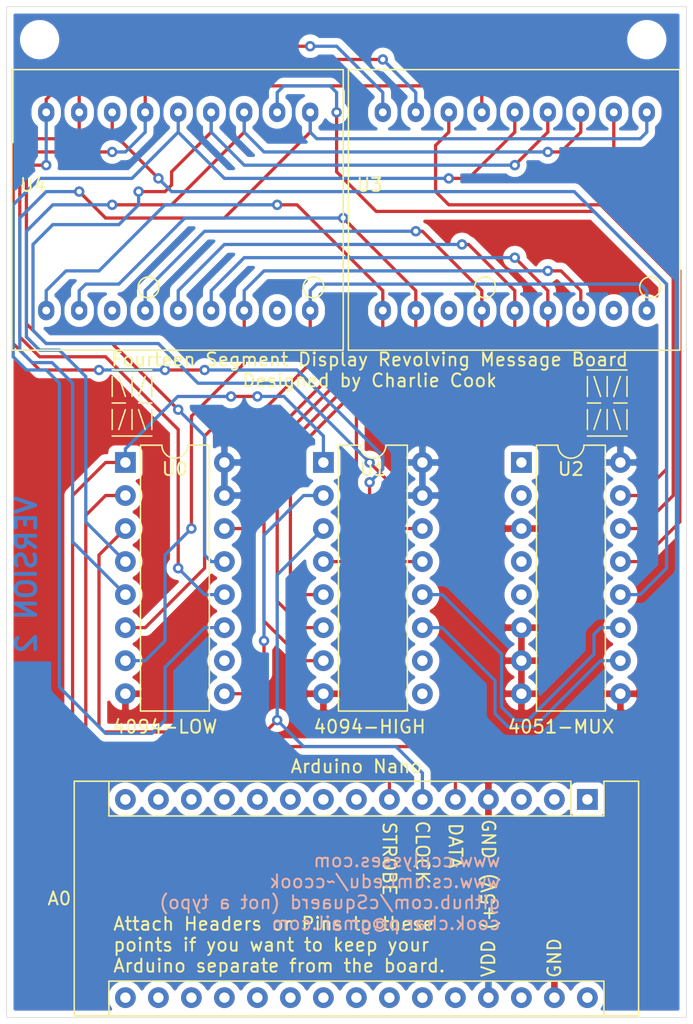
<source format=kicad_pcb>
(kicad_pcb (version 20171130) (host pcbnew 5.1.5)
  (layers (0 F.Cu signal) (31 B.Cu signal) (34 B.Paste user) (35 F.Paste user) (36 B.SilkS user) (37 F.SilkS user) (38 B.Mask user) (39 F.Mask user) (44 Edge.Cuts user))
  (net 0 "")
  (net 1 "Net-(A0-Pad16)")
  (net 2 "Net-(A0-Pad15)")
  (net 3 "Net-(A0-Pad30)")
  (net 4 "Net-(A0-Pad14)")
  (net 5 GND)
  (net 6 "Net-(A0-Pad13)")
  (net 7 "Net-(A0-Pad28)")
  (net 8 "Net-(A0-Pad12)")
  (net 9 +5V)
  (net 10 "Net-(A0-Pad11)")
  (net 11 "Net-(A0-Pad26)")
  (net 12 "Net-(A0-Pad10)")
  (net 13 "Net-(A0-Pad25)")
  (net 14 "Net-(A0-Pad9)")
  (net 15 "Net-(A0-Pad24)")
  (net 16 "Net-(A0-Pad8)")
  (net 17 "Net-(A0-Pad23)")
  (net 18 "Net-(A0-Pad7)")
  (net 19 "Net-(A0-Pad22)")
  (net 20 "Net-(A0-Pad6)")
  (net 21 "Net-(A0-Pad21)")
  (net 22 "Net-(A0-Pad5)")
  (net 23 "Net-(A0-Pad20)")
  (net 24 "Net-(A0-Pad19)")
  (net 25 "Net-(A0-Pad3)")
  (net 26 "Net-(A0-Pad18)")
  (net 27 "Net-(A0-Pad2)")
  (net 28 "Net-(A0-Pad17)")
  (net 29 "Net-(A0-Pad1)")
  (net 30 "Net-(U0-Pad7)")
  (net 31 "Net-(U0-Pad14)")
  (net 32 "Net-(U0-Pad6)")
  (net 33 "Net-(U0-Pad13)")
  (net 34 "Net-(U0-Pad5)")
  (net 35 "Net-(U0-Pad12)")
  (net 36 "Net-(U0-Pad4)")
  (net 37 "Net-(U0-Pad11)")
  (net 38 "Net-(U0-Pad10)")
  (net 39 "Net-(U0-Pad9)")
  (net 40 "Net-(U1-Pad7)")
  (net 41 "Net-(U1-Pad14)")
  (net 42 "Net-(U1-Pad6)")
  (net 43 "Net-(U1-Pad13)")
  (net 44 "Net-(U1-Pad5)")
  (net 45 "Net-(U1-Pad12)")
  (net 46 "Net-(U1-Pad4)")
  (net 47 "Net-(U1-Pad11)")
  (net 48 "Net-(U1-Pad10)")
  (net 49 "Net-(U1-Pad9)")
  (net 50 "Net-(U2-Pad15)")
  (net 51 "Net-(U2-Pad14)")
  (net 52 "Net-(U2-Pad13)")
  (net 53 "Net-(U2-Pad5)")
  (net 54 "Net-(U2-Pad12)")
  (net 55 "Net-(U2-Pad4)")
  (net 56 "Net-(U2-Pad2)")
  (net 57 "Net-(U2-Pad1)")
  (module fourteenSegDisplay-OnACard:LTP-3784 (layer F.Cu) (at 111.252 25.908)
    (fp_text reference U3 (at -9.652 0 180) (layer F.SilkS))
    (fp_text value LTP-3784)
    (pad 18 thru_hole oval (at -8.636 -5.588) (size 1.25 1.5) (drill 0.6) (layers *.Cu *.Mask) (net 33 "Net-(U0-Pad13)"))
    (pad 1 thru_hole oval (at -8.636 9.652) (size 1.25 1.5) (drill 0.6) (layers *.Cu *.Mask) (net 31 "Net-(U0-Pad14)"))
    (pad 17 thru_hole oval (at -6.096 -5.588) (size 1.25 1.5) (drill 0.6) (layers *.Cu *.Mask) (net 43 "Net-(U1-Pad13)"))
    (pad 2 thru_hole oval (at -6.096 9.652) (size 1.25 1.5) (drill 0.6) (layers *.Cu *.Mask) (net 40 "Net-(U1-Pad7)"))
    (pad 16 thru_hole oval (at -3.556 -5.588) (size 1.25 1.5) (drill 0.6) (layers *.Cu *.Mask) (net 51 "Net-(U2-Pad14)"))
    (pad 3 thru_hole oval (at -3.556 9.652) (size 1.25 1.5) (drill 0.6) (layers *.Cu *.Mask))
    (pad 15 thru_hole oval (at -1.016 -5.588) (size 1.25 1.5) (drill 0.6) (layers *.Cu *.Mask) (net 35 "Net-(U0-Pad12)"))
    (pad 4 thru_hole oval (at -1.016 9.652) (size 1.25 1.5) (drill 0.6) (layers *.Cu *.Mask) (net 42 "Net-(U1-Pad6)"))
    (pad 14 thru_hole oval (at 1.524 -5.588) (size 1.25 1.5) (drill 0.6) (layers *.Cu *.Mask) (net 37 "Net-(U0-Pad11)"))
    (pad 5 thru_hole oval (at 1.524 9.652) (size 1.25 1.5) (drill 0.6) (layers *.Cu *.Mask) (net 44 "Net-(U1-Pad5)"))
    (pad 13 thru_hole oval (at 4.064 -5.588) (size 1.25 1.5) (drill 0.6) (layers *.Cu *.Mask) (net 41 "Net-(U1-Pad14)"))
    (pad 6 thru_hole oval (at 4.064 9.652) (size 1.25 1.5) (drill 0.6) (layers *.Cu *.Mask) (net 46 "Net-(U1-Pad4)"))
    (pad 12 thru_hole oval (at 6.604 -5.588) (size 1.25 1.5) (drill 0.6) (layers *.Cu *.Mask) (net 36 "Net-(U0-Pad4)"))
    (pad 7 thru_hole oval (at 6.604 9.652) (size 1.25 1.5) (drill 0.6) (layers *.Cu *.Mask) (net 30 "Net-(U0-Pad7)"))
    (pad 11 thru_hole oval (at 9.144 -5.588) (size 1.25 1.5) (drill 0.6) (layers *.Cu *.Mask) (net 52 "Net-(U2-Pad13)"))
    (pad 8 thru_hole oval (at 9.144 9.652) (size 1.25 1.5) (drill 0.6) (layers *.Cu *.Mask))
    (pad 10 thru_hole oval (at 11.684 -5.588) (size 1.25 1.5) (drill 0.6) (layers *.Cu *.Mask) (net 34 "Net-(U0-Pad5)"))
    (pad 9 thru_hole oval (at 11.684 9.652) (size 1.25 1.5) (drill 0.6) (layers *.Cu *.Mask) (net 32 "Net-(U0-Pad6)"))
  )
  (module fourteenSegDisplay-OnACard:LTP-3784 (layer F.Cu) (at 85.344 25.908)
    (fp_text reference U4 (at -9.652 0 180) (layer F.SilkS))
    (fp_text value LTP-3784)
    (pad 18 thru_hole oval (at -8.636 -5.588) (size 1.25 1.5) (drill 0.6) (layers *.Cu *.Mask) (net 33 "Net-(U0-Pad13)"))
    (pad 1 thru_hole oval (at -8.636 9.652) (size 1.25 1.5) (drill 0.6) (layers *.Cu *.Mask) (net 31 "Net-(U0-Pad14)"))
    (pad 17 thru_hole oval (at -6.096 -5.588) (size 1.25 1.5) (drill 0.6) (layers *.Cu *.Mask) (net 43 "Net-(U1-Pad13)"))
    (pad 2 thru_hole oval (at -6.096 9.652) (size 1.25 1.5) (drill 0.6) (layers *.Cu *.Mask) (net 40 "Net-(U1-Pad7)"))
    (pad 16 thru_hole oval (at -3.556 -5.588) (size 1.25 1.5) (drill 0.6) (layers *.Cu *.Mask) (net 54 "Net-(U2-Pad12)"))
    (pad 3 thru_hole oval (at -3.556 9.652) (size 1.25 1.5) (drill 0.6) (layers *.Cu *.Mask))
    (pad 15 thru_hole oval (at -1.016 -5.588) (size 1.25 1.5) (drill 0.6) (layers *.Cu *.Mask) (net 35 "Net-(U0-Pad12)"))
    (pad 4 thru_hole oval (at -1.016 9.652) (size 1.25 1.5) (drill 0.6) (layers *.Cu *.Mask) (net 42 "Net-(U1-Pad6)"))
    (pad 14 thru_hole oval (at 1.524 -5.588) (size 1.25 1.5) (drill 0.6) (layers *.Cu *.Mask) (net 37 "Net-(U0-Pad11)"))
    (pad 5 thru_hole oval (at 1.524 9.652) (size 1.25 1.5) (drill 0.6) (layers *.Cu *.Mask) (net 44 "Net-(U1-Pad5)"))
    (pad 13 thru_hole oval (at 4.064 -5.588) (size 1.25 1.5) (drill 0.6) (layers *.Cu *.Mask) (net 41 "Net-(U1-Pad14)"))
    (pad 6 thru_hole oval (at 4.064 9.652) (size 1.25 1.5) (drill 0.6) (layers *.Cu *.Mask) (net 46 "Net-(U1-Pad4)"))
    (pad 12 thru_hole oval (at 6.604 -5.588) (size 1.25 1.5) (drill 0.6) (layers *.Cu *.Mask) (net 36 "Net-(U0-Pad4)"))
    (pad 7 thru_hole oval (at 6.604 9.652) (size 1.25 1.5) (drill 0.6) (layers *.Cu *.Mask) (net 30 "Net-(U0-Pad7)"))
    (pad 11 thru_hole oval (at 9.144 -5.588) (size 1.25 1.5) (drill 0.6) (layers *.Cu *.Mask) (net 50 "Net-(U2-Pad15)"))
    (pad 8 thru_hole oval (at 9.144 9.652) (size 1.25 1.5) (drill 0.6) (layers *.Cu *.Mask))
    (pad 10 thru_hole oval (at 11.684 -5.588) (size 1.25 1.5) (drill 0.6) (layers *.Cu *.Mask) (net 34 "Net-(U0-Pad5)"))
    (pad 9 thru_hole oval (at 11.684 9.652) (size 1.25 1.5) (drill 0.6) (layers *.Cu *.Mask) (net 32 "Net-(U0-Pad6)"))
  )
  (module MountingHole:MountingHole_2mm (layer F.Cu) (at 122.936 14.732)
    (fp_text reference REF** hide)
    (fp_text value MountingHole_2mm)
    (pad "" np_thru_hole circle (at 0 0) (size 2 2) (drill 2) (layers *.Cu *.Mask))
  )
  (module MountingHole:MountingHole_2mm (layer F.Cu) (at 76.2 14.732)
    (fp_text reference REF** hide)
    (fp_text value MountingHole_2mm)
    (pad "" np_thru_hole circle (at 0 0) (size 2 2) (drill 2) (layers *.Cu *.Mask))
  )
  (module Package_DIP:DIP-16_W7.62mm (layer F.Cu) (at 113.284 47.244)
    (fp_text reference U2 (at 3.81 0.508) (layer F.SilkS))
    (fp_text value 4051)
    (pad 16 thru_hole oval (at 7.62 0) (size 1.6 1.6) (drill 0.8) (layers *.Cu *.Mask) (net 9 +5V))
    (pad 8 thru_hole oval (at 0 17.78) (size 1.6 1.6) (drill 0.8) (layers *.Cu *.Mask) (net 5 GND))
    (pad 15 thru_hole oval (at 7.62 2.54) (size 1.6 1.6) (drill 0.8) (layers *.Cu *.Mask) (net 50 "Net-(U2-Pad15)"))
    (pad 7 thru_hole oval (at 0 15.24) (size 1.6 1.6) (drill 0.8) (layers *.Cu *.Mask) (net 5 GND))
    (pad 14 thru_hole oval (at 7.62 5.08) (size 1.6 1.6) (drill 0.8) (layers *.Cu *.Mask) (net 51 "Net-(U2-Pad14)"))
    (pad 6 thru_hole oval (at 0 12.7) (size 1.6 1.6) (drill 0.8) (layers *.Cu *.Mask) (net 5 GND))
    (pad 13 thru_hole oval (at 7.62 7.62) (size 1.6 1.6) (drill 0.8) (layers *.Cu *.Mask) (net 52 "Net-(U2-Pad13)"))
    (pad 5 thru_hole oval (at 0 10.16) (size 1.6 1.6) (drill 0.8) (layers *.Cu *.Mask) (net 53 "Net-(U2-Pad5)"))
    (pad 12 thru_hole oval (at 7.62 10.16) (size 1.6 1.6) (drill 0.8) (layers *.Cu *.Mask) (net 54 "Net-(U2-Pad12)"))
    (pad 4 thru_hole oval (at 0 7.62) (size 1.6 1.6) (drill 0.8) (layers *.Cu *.Mask) (net 55 "Net-(U2-Pad4)"))
    (pad 11 thru_hole oval (at 7.62 12.7) (size 1.6 1.6) (drill 0.8) (layers *.Cu *.Mask) (net 45 "Net-(U1-Pad12)"))
    (pad 3 thru_hole oval (at 0 5.08) (size 1.6 1.6) (drill 0.8) (layers *.Cu *.Mask) (net 5 GND))
    (pad 10 thru_hole oval (at 7.62 15.24) (size 1.6 1.6) (drill 0.8) (layers *.Cu *.Mask) (net 47 "Net-(U1-Pad11)"))
    (pad 2 thru_hole oval (at 0 2.54) (size 1.6 1.6) (drill 0.8) (layers *.Cu *.Mask) (net 56 "Net-(U2-Pad2)"))
    (pad 9 thru_hole oval (at 7.62 17.78) (size 1.6 1.6) (drill 0.8) (layers *.Cu *.Mask) (net 5 GND))
    (pad 1 thru_hole rect (at 0 0) (size 1.6 1.6) (drill 0.8) (layers *.Cu *.Mask) (net 57 "Net-(U2-Pad1)"))
  )
  (module Package_DIP:DIP-16_W7.62mm (layer F.Cu) (at 98.044 47.244)
    (fp_text reference U1 (at 3.81 0.508) (layer F.SilkS))
    (fp_text value 4094)
    (pad 16 thru_hole oval (at 7.62 0) (size 1.6 1.6) (drill 0.8) (layers *.Cu *.Mask) (net 9 +5V))
    (pad 8 thru_hole oval (at 0 17.78) (size 1.6 1.6) (drill 0.8) (layers *.Cu *.Mask) (net 5 GND))
    (pad 15 thru_hole oval (at 7.62 2.54) (size 1.6 1.6) (drill 0.8) (layers *.Cu *.Mask) (net 9 +5V))
    (pad 7 thru_hole oval (at 0 15.24) (size 1.6 1.6) (drill 0.8) (layers *.Cu *.Mask) (net 40 "Net-(U1-Pad7)"))
    (pad 14 thru_hole oval (at 7.62 5.08) (size 1.6 1.6) (drill 0.8) (layers *.Cu *.Mask) (net 41 "Net-(U1-Pad14)"))
    (pad 6 thru_hole oval (at 0 12.7) (size 1.6 1.6) (drill 0.8) (layers *.Cu *.Mask) (net 42 "Net-(U1-Pad6)"))
    (pad 13 thru_hole oval (at 7.62 7.62) (size 1.6 1.6) (drill 0.8) (layers *.Cu *.Mask) (net 43 "Net-(U1-Pad13)"))
    (pad 5 thru_hole oval (at 0 10.16) (size 1.6 1.6) (drill 0.8) (layers *.Cu *.Mask) (net 44 "Net-(U1-Pad5)"))
    (pad 12 thru_hole oval (at 7.62 10.16) (size 1.6 1.6) (drill 0.8) (layers *.Cu *.Mask) (net 45 "Net-(U1-Pad12)"))
    (pad 4 thru_hole oval (at 0 7.62) (size 1.6 1.6) (drill 0.8) (layers *.Cu *.Mask) (net 46 "Net-(U1-Pad4)"))
    (pad 11 thru_hole oval (at 7.62 12.7) (size 1.6 1.6) (drill 0.8) (layers *.Cu *.Mask) (net 47 "Net-(U1-Pad11)"))
    (pad 3 thru_hole oval (at 0 5.08) (size 1.6 1.6) (drill 0.8) (layers *.Cu *.Mask) (net 20 "Net-(A0-Pad6)"))
    (pad 10 thru_hole oval (at 7.62 15.24) (size 1.6 1.6) (drill 0.8) (layers *.Cu *.Mask) (net 48 "Net-(U1-Pad10)"))
    (pad 2 thru_hole oval (at 0 2.54) (size 1.6 1.6) (drill 0.8) (layers *.Cu *.Mask) (net 39 "Net-(U0-Pad9)"))
    (pad 9 thru_hole oval (at 7.62 17.78) (size 1.6 1.6) (drill 0.8) (layers *.Cu *.Mask) (net 49 "Net-(U1-Pad9)"))
    (pad 1 thru_hole rect (at 0 0) (size 1.6 1.6) (drill 0.8) (layers *.Cu *.Mask) (net 18 "Net-(A0-Pad7)"))
  )
  (module Package_DIP:DIP-16_W7.62mm (layer F.Cu) (at 82.804 47.244)
    (fp_text reference U0 (at 3.81 0.508) (layer F.SilkS))
    (fp_text value 4094)
    (pad 16 thru_hole oval (at 7.62 0) (size 1.6 1.6) (drill 0.8) (layers *.Cu *.Mask) (net 9 +5V))
    (pad 8 thru_hole oval (at 0 17.78) (size 1.6 1.6) (drill 0.8) (layers *.Cu *.Mask) (net 5 GND))
    (pad 15 thru_hole oval (at 7.62 2.54) (size 1.6 1.6) (drill 0.8) (layers *.Cu *.Mask) (net 9 +5V))
    (pad 7 thru_hole oval (at 0 15.24) (size 1.6 1.6) (drill 0.8) (layers *.Cu *.Mask) (net 30 "Net-(U0-Pad7)"))
    (pad 14 thru_hole oval (at 7.62 5.08) (size 1.6 1.6) (drill 0.8) (layers *.Cu *.Mask) (net 31 "Net-(U0-Pad14)"))
    (pad 6 thru_hole oval (at 0 12.7) (size 1.6 1.6) (drill 0.8) (layers *.Cu *.Mask) (net 32 "Net-(U0-Pad6)"))
    (pad 13 thru_hole oval (at 7.62 7.62) (size 1.6 1.6) (drill 0.8) (layers *.Cu *.Mask) (net 33 "Net-(U0-Pad13)"))
    (pad 5 thru_hole oval (at 0 10.16) (size 1.6 1.6) (drill 0.8) (layers *.Cu *.Mask) (net 34 "Net-(U0-Pad5)"))
    (pad 12 thru_hole oval (at 7.62 10.16) (size 1.6 1.6) (drill 0.8) (layers *.Cu *.Mask) (net 35 "Net-(U0-Pad12)"))
    (pad 4 thru_hole oval (at 0 7.62) (size 1.6 1.6) (drill 0.8) (layers *.Cu *.Mask) (net 36 "Net-(U0-Pad4)"))
    (pad 11 thru_hole oval (at 7.62 12.7) (size 1.6 1.6) (drill 0.8) (layers *.Cu *.Mask) (net 37 "Net-(U0-Pad11)"))
    (pad 3 thru_hole oval (at 0 5.08) (size 1.6 1.6) (drill 0.8) (layers *.Cu *.Mask) (net 20 "Net-(A0-Pad6)"))
    (pad 10 thru_hole oval (at 7.62 15.24) (size 1.6 1.6) (drill 0.8) (layers *.Cu *.Mask) (net 38 "Net-(U0-Pad10)"))
    (pad 2 thru_hole oval (at 0 2.54) (size 1.6 1.6) (drill 0.8) (layers *.Cu *.Mask) (net 22 "Net-(A0-Pad5)"))
    (pad 9 thru_hole oval (at 7.62 17.78) (size 1.6 1.6) (drill 0.8) (layers *.Cu *.Mask) (net 39 "Net-(U0-Pad9)"))
    (pad 1 thru_hole rect (at 0 0) (size 1.6 1.6) (drill 0.8) (layers *.Cu *.Mask) (net 18 "Net-(A0-Pad7)"))
  )
  (module Module:Arduino_Nano (layer F.Cu) (at 118.364 73.152 270)
    (fp_text reference A0 (at 7.62 40.64) (layer F.SilkS))
    (fp_text value Arduino_Nano_v3.x)
    (pad 16 thru_hole oval (at 15.24 35.56 270) (size 1.6 1.6) (drill 0.8) (layers *.Cu *.Mask) (net 1 "Net-(A0-Pad16)"))
    (pad 15 thru_hole oval (at 0 35.56 270) (size 1.6 1.6) (drill 0.8) (layers *.Cu *.Mask) (net 2 "Net-(A0-Pad15)"))
    (pad 30 thru_hole oval (at 15.24 0 270) (size 1.6 1.6) (drill 0.8) (layers *.Cu *.Mask) (net 3 "Net-(A0-Pad30)"))
    (pad 14 thru_hole oval (at 0 33.02 270) (size 1.6 1.6) (drill 0.8) (layers *.Cu *.Mask) (net 4 "Net-(A0-Pad14)"))
    (pad 29 thru_hole oval (at 15.24 2.54 270) (size 1.6 1.6) (drill 0.8) (layers *.Cu *.Mask) (net 5 GND))
    (pad 13 thru_hole oval (at 0 30.48 270) (size 1.6 1.6) (drill 0.8) (layers *.Cu *.Mask) (net 6 "Net-(A0-Pad13)"))
    (pad 28 thru_hole oval (at 15.24 5.08 270) (size 1.6 1.6) (drill 0.8) (layers *.Cu *.Mask) (net 7 "Net-(A0-Pad28)"))
    (pad 12 thru_hole oval (at 0 27.94 270) (size 1.6 1.6) (drill 0.8) (layers *.Cu *.Mask) (net 8 "Net-(A0-Pad12)"))
    (pad 27 thru_hole oval (at 15.24 7.62 270) (size 1.6 1.6) (drill 0.8) (layers *.Cu *.Mask) (net 9 +5V))
    (pad 11 thru_hole oval (at 0 25.4 270) (size 1.6 1.6) (drill 0.8) (layers *.Cu *.Mask) (net 10 "Net-(A0-Pad11)"))
    (pad 26 thru_hole oval (at 15.24 10.16 270) (size 1.6 1.6) (drill 0.8) (layers *.Cu *.Mask) (net 11 "Net-(A0-Pad26)"))
    (pad 10 thru_hole oval (at 0 22.86 270) (size 1.6 1.6) (drill 0.8) (layers *.Cu *.Mask) (net 12 "Net-(A0-Pad10)"))
    (pad 25 thru_hole oval (at 15.24 12.7 270) (size 1.6 1.6) (drill 0.8) (layers *.Cu *.Mask) (net 13 "Net-(A0-Pad25)"))
    (pad 9 thru_hole oval (at 0 20.32 270) (size 1.6 1.6) (drill 0.8) (layers *.Cu *.Mask) (net 14 "Net-(A0-Pad9)"))
    (pad 24 thru_hole oval (at 15.24 15.24 270) (size 1.6 1.6) (drill 0.8) (layers *.Cu *.Mask) (net 15 "Net-(A0-Pad24)"))
    (pad 8 thru_hole oval (at 0 17.78 270) (size 1.6 1.6) (drill 0.8) (layers *.Cu *.Mask) (net 16 "Net-(A0-Pad8)"))
    (pad 23 thru_hole oval (at 15.24 17.78 270) (size 1.6 1.6) (drill 0.8) (layers *.Cu *.Mask) (net 17 "Net-(A0-Pad23)"))
    (pad 7 thru_hole oval (at 0 15.24 270) (size 1.6 1.6) (drill 0.8) (layers *.Cu *.Mask) (net 18 "Net-(A0-Pad7)"))
    (pad 22 thru_hole oval (at 15.24 20.32 270) (size 1.6 1.6) (drill 0.8) (layers *.Cu *.Mask) (net 19 "Net-(A0-Pad22)"))
    (pad 6 thru_hole oval (at 0 12.7 270) (size 1.6 1.6) (drill 0.8) (layers *.Cu *.Mask) (net 20 "Net-(A0-Pad6)"))
    (pad 21 thru_hole oval (at 15.24 22.86 270) (size 1.6 1.6) (drill 0.8) (layers *.Cu *.Mask) (net 21 "Net-(A0-Pad21)"))
    (pad 5 thru_hole oval (at 0 10.16 270) (size 1.6 1.6) (drill 0.8) (layers *.Cu *.Mask) (net 22 "Net-(A0-Pad5)"))
    (pad 20 thru_hole oval (at 15.24 25.4 270) (size 1.6 1.6) (drill 0.8) (layers *.Cu *.Mask) (net 23 "Net-(A0-Pad20)"))
    (pad 4 thru_hole oval (at 0 7.62 270) (size 1.6 1.6) (drill 0.8) (layers *.Cu *.Mask) (net 5 GND))
    (pad 19 thru_hole oval (at 15.24 27.94 270) (size 1.6 1.6) (drill 0.8) (layers *.Cu *.Mask) (net 24 "Net-(A0-Pad19)"))
    (pad 3 thru_hole oval (at 0 5.08 270) (size 1.6 1.6) (drill 0.8) (layers *.Cu *.Mask) (net 25 "Net-(A0-Pad3)"))
    (pad 18 thru_hole oval (at 15.24 30.48 270) (size 1.6 1.6) (drill 0.8) (layers *.Cu *.Mask) (net 26 "Net-(A0-Pad18)"))
    (pad 2 thru_hole oval (at 0 2.54 270) (size 1.6 1.6) (drill 0.8) (layers *.Cu *.Mask) (net 27 "Net-(A0-Pad2)"))
    (pad 17 thru_hole oval (at 15.24 33.02 270) (size 1.6 1.6) (drill 0.8) (layers *.Cu *.Mask) (net 28 "Net-(A0-Pad17)"))
    (pad 1 thru_hole rect (at 0 0 270) (size 1.6 1.6) (drill 0.8) (layers *.Cu *.Mask) (net 29 "Net-(A0-Pad1)"))
  )
  (gr_text "www.cculysses.com\nwww.cs.uml.edu/~~ccook\ngithub.com/cSquaerd (not a typo)\ncook.char.p@gmail.com" (at 111.76 80.264) (layer B.SilkS) (effects (font (size 1 1)) (justify left mirror)))
  (gr_text "Attach Headers or Pins to these\npoints if you want to keep your\nArduino separate from the board." (at 81.788 84.328) (layer F.SilkS) (effects (font (size 1 1)) (justify left)))
  (gr_text GND (at 115.824 85.344 90) (layer F.SilkS) (effects (font (size 1 1))))
  (gr_text "VDD (+5V)" (at 110.744 82.804 90) (layer F.SilkS) (effects (font (size 1 1))))
  (gr_text GND (at 110.744 76.2 270) (layer F.SilkS) (effects (font (size 1 1))))
  (gr_text STROBE (at 103.124 77.724 270) (layer F.SilkS) (effects (font (size 1 1))))
  (gr_text CLOCK (at 105.664 77.216 270) (layer F.SilkS) (effects (font (size 1 1))))
  (gr_text DATA (at 108.204 76.708 270) (layer F.SilkS) (effects (font (size 1 1))))
  (gr_line (start 120.904 40.64) (end 120.396 42.164) (layer F.SilkS) (width 0.12))
  (gr_line (start 121.412 42.164) (end 121.412 40.64) (layer F.SilkS) (width 0.12))
  (gr_line (start 119.888 43.18) (end 119.888 44.704) (layer F.SilkS) (width 0.12))
  (gr_line (start 118.364 42.672) (end 119.38 42.672) (layer F.SilkS) (width 0.12))
  (gr_line (start 119.38 42.164) (end 118.872 40.64) (layer F.SilkS) (width 0.12))
  (gr_line (start 118.364 44.704) (end 118.364 43.18) (layer F.SilkS) (width 0.12))
  (gr_line (start 120.396 43.18) (end 120.904 44.704) (layer F.SilkS) (width 0.12))
  (gr_line (start 121.412 44.704) (end 121.412 43.18) (layer F.SilkS) (width 0.12))
  (gr_line (start 119.888 42.164) (end 119.888 40.64) (layer F.SilkS) (width 0.12))
  (gr_line (start 118.364 40.64) (end 118.364 42.164) (layer F.SilkS) (width 0.12))
  (gr_line (start 120.396 42.672) (end 121.412 42.672) (layer F.SilkS) (width 0.12))
  (gr_line (start 118.364 40.132) (end 121.412 40.132) (layer F.SilkS) (width 0.12))
  (gr_line (start 121.412 45.212) (end 118.364 45.212) (layer F.SilkS) (width 0.12))
  (gr_line (start 119.38 43.18) (end 118.872 44.704) (layer F.SilkS) (width 0.12))
  (gr_line (start 82.804 42.164) (end 82.296 40.64) (layer F.SilkS) (width 0.12))
  (gr_line (start 83.312 42.164) (end 83.312 40.64) (layer F.SilkS) (width 0.12))
  (gr_line (start 84.328 40.64) (end 83.82 42.164) (layer F.SilkS) (width 0.12))
  (gr_line (start 84.836 42.164) (end 84.836 40.64) (layer F.SilkS) (width 0.12))
  (gr_line (start 84.836 44.704) (end 84.836 43.18) (layer F.SilkS) (width 0.12))
  (gr_line (start 83.82 43.18) (end 84.328 44.704) (layer F.SilkS) (width 0.12))
  (gr_line (start 83.312 43.18) (end 83.312 44.704) (layer F.SilkS) (width 0.12))
  (gr_line (start 82.804 43.18) (end 82.296 44.704) (layer F.SilkS) (width 0.12))
  (gr_line (start 83.82 42.672) (end 84.836 42.672) (layer F.SilkS) (width 0.12))
  (gr_line (start 81.788 42.672) (end 82.804 42.672) (layer F.SilkS) (width 0.12))
  (gr_line (start 81.788 40.64) (end 81.788 42.164) (layer F.SilkS) (width 0.12))
  (gr_line (start 81.788 44.704) (end 81.788 43.18) (layer F.SilkS) (width 0.12))
  (gr_line (start 84.836 45.212) (end 81.788 45.212) (layer F.SilkS) (width 0.12))
  (gr_line (start 81.788 40.132) (end 84.836 40.132) (layer F.SilkS) (width 0.12))
  (gr_text "Fourteen Segment Display Revolving Message Board\nDesigned by Charlie Cook\n" (at 101.6 40.132) (layer F.SilkS) (effects (font (size 1 1))))
  (gr_text "VERSION 2" (at 75.184 55.88 90) (layer B.Cu) (effects (font (size 1.5 1.5) (thickness 0.3)) (justify mirror)))
  (gr_text "Arduino Nano" (at 100.584 70.612) (layer F.SilkS) (effects (font (size 1 1))))
  (gr_text 4051-MUX (at 116.332 67.564) (layer F.SilkS) (effects (font (size 1 1))))
  (gr_text 4094-HIGH (at 101.6 67.564) (layer F.SilkS) (effects (font (size 1 1))))
  (gr_text 4094-LOW (at 85.852 67.564) (layer F.SilkS) (effects (font (size 1 1))))
  (gr_line (start 73.66 89.916) (end 73.66 12.192) (layer Edge.Cuts) (width 0.05))
  (gr_line (start 125.984 89.916) (end 73.66 89.916) (layer Edge.Cuts) (width 0.05))
  (gr_line (start 125.984 12.192) (end 125.984 89.916) (layer Edge.Cuts) (width 0.05))
  (gr_line (start 73.66 12.192) (end 125.984 12.192) (layer Edge.Cuts) (width 0.05))
  (segment (start 98.044 47.244) (end 98.044 45.212) (width 0.25) (layer B.Cu) (net 18))
  (segment (start 98.044 45.212) (end 94.996 42.164) (width 0.25) (layer B.Cu) (net 18))
  (segment (start 92.964 42.164) (end 92.964 42.164) (width 0.25) (layer F.Cu) (net 18))
  (via (at 92.964 42.164) (size 0.8) (drill 0.4) (layers F.Cu B.Cu) (net 18))
  (segment (start 92.964 42.164) (end 94.996 42.164) (width 0.25) (layer B.Cu) (net 18))
  (segment (start 103.124 71.12) (end 103.124 73.152) (width 0.25) (layer F.Cu) (net 18))
  (segment (start 78.74 68.58) (end 80.264 70.104) (width 0.25) (layer F.Cu) (net 18))
  (segment (start 82.804 47.244) (end 81.28 47.244) (width 0.25) (layer F.Cu) (net 18))
  (segment (start 81.28 47.244) (end 78.74 49.784) (width 0.25) (layer F.Cu) (net 18))
  (segment (start 78.74 49.784) (end 78.74 68.58) (width 0.25) (layer F.Cu) (net 18))
  (segment (start 102.108 70.104) (end 103.124 71.12) (width 0.25) (layer F.Cu) (net 18))
  (segment (start 80.264 70.104) (end 102.108 70.104) (width 0.25) (layer F.Cu) (net 18))
  (segment (start 82.804 47.244) (end 82.804 46.194) (width 0.25) (layer B.Cu) (net 18))
  (segment (start 90.93666 42.164) (end 90.932 42.16866) (width 0.25) (layer F.Cu) (net 18))
  (segment (start 90.366315 42.16866) (end 90.932 42.16866) (width 0.25) (layer B.Cu) (net 18))
  (segment (start 92.964 42.164) (end 90.93666 42.164) (width 0.25) (layer F.Cu) (net 18))
  (segment (start 86.82934 42.16866) (end 90.366315 42.16866) (width 0.25) (layer B.Cu) (net 18))
  (via (at 90.932 42.16866) (size 0.8) (drill 0.4) (layers F.Cu B.Cu) (net 18))
  (segment (start 82.804 46.194) (end 86.82934 42.16866) (width 0.25) (layer B.Cu) (net 18))
  (via (at 94.488 67.05601) (size 0.8) (drill 0.4) (layers F.Cu B.Cu) (net 20))
  (segment (start 80.772 67.564) (end 81.171999 67.963999) (width 0.25) (layer F.Cu) (net 20))
  (segment (start 82.804 52.324) (end 80.772 54.356) (width 0.25) (layer F.Cu) (net 20))
  (segment (start 94.088001 67.456009) (end 94.488 67.05601) (width 0.25) (layer F.Cu) (net 20))
  (segment (start 81.171999 67.963999) (end 93.580011 67.963999) (width 0.25) (layer F.Cu) (net 20))
  (segment (start 93.580011 67.963999) (end 94.088001 67.456009) (width 0.25) (layer F.Cu) (net 20))
  (segment (start 94.488 66.490325) (end 94.488 67.05601) (width 0.25) (layer B.Cu) (net 20))
  (segment (start 80.772 54.356) (end 80.772 67.564) (width 0.25) (layer F.Cu) (net 20))
  (segment (start 98.044 52.324) (end 94.488 55.88) (width 0.25) (layer B.Cu) (net 20))
  (segment (start 94.488 55.88) (end 94.488 66.490325) (width 0.25) (layer B.Cu) (net 20))
  (segment (start 96.52 69.088) (end 94.48801 67.05601) (width 0.25) (layer B.Cu) (net 20))
  (segment (start 103.632 69.088) (end 96.52 69.088) (width 0.25) (layer B.Cu) (net 20))
  (segment (start 94.48801 67.05601) (end 94.488 67.05601) (width 0.25) (layer B.Cu) (net 20))
  (segment (start 105.664 73.152) (end 105.664 71.12) (width 0.25) (layer B.Cu) (net 20))
  (segment (start 105.664 71.12) (end 103.632 69.088) (width 0.25) (layer B.Cu) (net 20))
  (segment (start 106.172 69.088) (end 108.204 71.12) (width 0.25) (layer F.Cu) (net 22))
  (segment (start 108.204 71.12) (end 108.204 73.152) (width 0.25) (layer F.Cu) (net 22))
  (segment (start 80.772 69.088) (end 106.172 69.088) (width 0.25) (layer F.Cu) (net 22))
  (segment (start 81.28 49.784) (end 79.756 51.308) (width 0.25) (layer F.Cu) (net 22))
  (segment (start 82.804 49.784) (end 81.28 49.784) (width 0.25) (layer F.Cu) (net 22))
  (segment (start 79.756 51.308) (end 79.756 68.072) (width 0.25) (layer F.Cu) (net 22))
  (segment (start 79.756 68.072) (end 80.772 69.088) (width 0.25) (layer F.Cu) (net 22))
  (via (at 87.884 52.324) (size 0.8) (drill 0.4) (layers F.Cu B.Cu) (net 30))
  (segment (start 85.852 54.356) (end 86.868 53.34) (width 0.25) (layer B.Cu) (net 30))
  (segment (start 85.852 60.96) (end 85.852 54.356) (width 0.25) (layer B.Cu) (net 30))
  (segment (start 82.804 62.484) (end 84.328 62.484) (width 0.25) (layer B.Cu) (net 30))
  (segment (start 86.868 53.34) (end 87.884 52.324) (width 0.25) (layer B.Cu) (net 30))
  (segment (start 84.328 62.484) (end 85.852 60.96) (width 0.25) (layer B.Cu) (net 30))
  (segment (start 117.856 35.56) (end 117.856 34.036) (width 0.25) (layer F.Cu) (net 30))
  (segment (start 117.856 34.036) (end 116.332 32.512) (width 0.25) (layer F.Cu) (net 30))
  (segment (start 116.332 32.512) (end 115.316 32.512) (width 0.25) (layer F.Cu) (net 30))
  (segment (start 115.316 32.512) (end 115.316 32.512) (width 0.25) (layer F.Cu) (net 30))
  (via (at 115.316 32.512) (size 0.8) (drill 0.4) (layers F.Cu B.Cu) (net 30))
  (segment (start 91.948 34.036) (end 91.948 35.56) (width 0.25) (layer B.Cu) (net 30))
  (segment (start 115.316 32.512) (end 93.472 32.512) (width 0.25) (layer B.Cu) (net 30))
  (segment (start 93.472 32.512) (end 91.948 34.036) (width 0.25) (layer B.Cu) (net 30))
  (segment (start 91.948 39.624) (end 91.948 35.56) (width 0.25) (layer F.Cu) (net 30))
  (segment (start 87.884 52.324) (end 87.884 43.688) (width 0.25) (layer F.Cu) (net 30))
  (segment (start 87.884 43.688) (end 91.948 39.624) (width 0.25) (layer F.Cu) (net 30))
  (segment (start 102.616 35.56) (end 102.616 34.036) (width 0.25) (layer F.Cu) (net 31))
  (segment (start 102.616 34.036) (end 96.012 27.432) (width 0.25) (layer F.Cu) (net 31))
  (segment (start 96.012 27.432) (end 94.488 27.432) (width 0.25) (layer F.Cu) (net 31))
  (segment (start 94.488 27.432) (end 94.488 27.432) (width 0.25) (layer F.Cu) (net 31))
  (via (at 94.488 27.432) (size 0.8) (drill 0.4) (layers F.Cu B.Cu) (net 31))
  (segment (start 102.616 37.084) (end 102.616 35.56) (width 0.25) (layer F.Cu) (net 31))
  (segment (start 99.568 40.132) (end 102.616 37.084) (width 0.25) (layer F.Cu) (net 31))
  (segment (start 91.948 52.324) (end 92.456 51.816) (width 0.25) (layer F.Cu) (net 31))
  (segment (start 90.424 52.324) (end 91.948 52.324) (width 0.25) (layer F.Cu) (net 31))
  (segment (start 99.06 40.132) (end 99.568 40.132) (width 0.25) (layer F.Cu) (net 31))
  (segment (start 92.456 51.816) (end 92.456 46.736) (width 0.25) (layer F.Cu) (net 31))
  (segment (start 92.456 46.736) (end 99.06 40.132) (width 0.25) (layer F.Cu) (net 31))
  (segment (start 92.964 27.432) (end 94.488 27.432) (width 0.25) (layer B.Cu) (net 31))
  (segment (start 85.852 27.432) (end 92.964 27.432) (width 0.25) (layer B.Cu) (net 31))
  (segment (start 76.708 35.56) (end 76.708 34.036) (width 0.25) (layer B.Cu) (net 31))
  (segment (start 76.708 34.036) (end 78.232 32.512) (width 0.25) (layer B.Cu) (net 31))
  (segment (start 80.772 32.512) (end 85.852 27.432) (width 0.25) (layer B.Cu) (net 31))
  (segment (start 78.232 32.512) (end 80.772 32.512) (width 0.25) (layer B.Cu) (net 31))
  (segment (start 84.328 59.944) (end 82.804 59.944) (width 0.25) (layer F.Cu) (net 32))
  (segment (start 88.9 55.372) (end 84.328 59.944) (width 0.25) (layer F.Cu) (net 32))
  (segment (start 92.456 44.196) (end 89.916 44.196) (width 0.25) (layer F.Cu) (net 32))
  (segment (start 89.916 44.196) (end 88.9 45.212) (width 0.25) (layer F.Cu) (net 32))
  (segment (start 88.9 45.212) (end 88.9 55.372) (width 0.25) (layer F.Cu) (net 32))
  (segment (start 122.428 33.528) (end 122.936 34.036) (width 0.25) (layer B.Cu) (net 32))
  (segment (start 122.936 34.036) (end 122.936 35.56) (width 0.25) (layer B.Cu) (net 32))
  (segment (start 97.536 33.528) (end 122.428 33.528) (width 0.25) (layer B.Cu) (net 32))
  (segment (start 97.028 35.56) (end 97.028 34.036) (width 0.25) (layer B.Cu) (net 32))
  (segment (start 97.028 34.036) (end 97.536 33.528) (width 0.25) (layer B.Cu) (net 32))
  (segment (start 97.028 39.624) (end 97.028 35.56) (width 0.25) (layer F.Cu) (net 32))
  (segment (start 92.456 44.196) (end 97.028 39.624) (width 0.25) (layer F.Cu) (net 32))
  (segment (start 86.868 43.18) (end 86.868 43.18) (width 0.25) (layer F.Cu) (net 33))
  (via (at 86.868 43.18) (size 0.8) (drill 0.4) (layers F.Cu B.Cu) (net 33))
  (segment (start 89.408 54.864) (end 90.424 54.864) (width 0.25) (layer B.Cu) (net 33))
  (segment (start 88.9 54.356) (end 89.408 54.864) (width 0.25) (layer B.Cu) (net 33))
  (segment (start 86.868 43.18) (end 88.9 45.212) (width 0.25) (layer B.Cu) (net 33))
  (segment (start 88.9 45.212) (end 88.9 54.356) (width 0.25) (layer B.Cu) (net 33))
  (segment (start 76.708 19.32) (end 80.788 15.24) (width 0.25) (layer F.Cu) (net 33))
  (via (at 97.028 15.24) (size 0.8) (drill 0.4) (layers F.Cu B.Cu) (net 33))
  (segment (start 96.462315 15.24) (end 97.028 15.24) (width 0.25) (layer F.Cu) (net 33))
  (segment (start 76.708 20.32) (end 76.708 19.32) (width 0.25) (layer F.Cu) (net 33))
  (segment (start 80.788 15.24) (end 96.462315 15.24) (width 0.25) (layer F.Cu) (net 33))
  (segment (start 97.028 15.24) (end 99.06 15.24) (width 0.25) (layer B.Cu) (net 33))
  (segment (start 102.616 18.796) (end 102.616 20.32) (width 0.25) (layer B.Cu) (net 33))
  (segment (start 99.06 15.24) (end 102.616 18.796) (width 0.25) (layer B.Cu) (net 33))
  (via (at 76.708 24.384) (size 0.8) (drill 0.4) (layers F.Cu B.Cu) (net 33))
  (segment (start 76.708 20.32) (end 76.708 24.384) (width 0.25) (layer B.Cu) (net 33))
  (segment (start 76.2 24.384) (end 76.708 24.384) (width 0.25) (layer F.Cu) (net 33))
  (segment (start 81.788 38.1) (end 76.708 38.1) (width 0.25) (layer F.Cu) (net 33))
  (segment (start 86.868 43.18) (end 81.788 38.1) (width 0.25) (layer F.Cu) (net 33))
  (segment (start 75.692 24.384) (end 76.2 24.384) (width 0.25) (layer F.Cu) (net 33))
  (segment (start 75.184 36.576) (end 75.184 24.892) (width 0.25) (layer F.Cu) (net 33))
  (segment (start 76.708 38.1) (end 75.184 36.576) (width 0.25) (layer F.Cu) (net 33))
  (segment (start 75.184 24.892) (end 75.692 24.384) (width 0.25) (layer F.Cu) (net 33))
  (segment (start 122.936 21.844) (end 122.936 20.32) (width 0.25) (layer B.Cu) (net 34))
  (segment (start 122.428 22.352) (end 122.936 21.844) (width 0.25) (layer B.Cu) (net 34))
  (segment (start 97.536 22.352) (end 122.428 22.352) (width 0.25) (layer B.Cu) (net 34))
  (segment (start 97.028 20.32) (end 97.028 21.844) (width 0.25) (layer B.Cu) (net 34))
  (segment (start 97.028 21.844) (end 97.536 22.352) (width 0.25) (layer B.Cu) (net 34))
  (segment (start 78.74 53.34) (end 78.74 41.148) (width 0.25) (layer B.Cu) (net 34))
  (segment (start 74.676 38.608) (end 74.676 28.448) (width 0.25) (layer B.Cu) (net 34))
  (segment (start 82.804 57.404) (end 78.74 53.34) (width 0.25) (layer B.Cu) (net 34))
  (segment (start 78.74 41.148) (end 77.158011 39.566011) (width 0.25) (layer B.Cu) (net 34))
  (segment (start 77.158011 39.566011) (end 75.634011 39.566011) (width 0.25) (layer B.Cu) (net 34))
  (segment (start 75.634011 39.566011) (end 74.676 38.608) (width 0.25) (layer B.Cu) (net 34))
  (segment (start 74.676 28.448) (end 76.708 26.416) (width 0.25) (layer B.Cu) (net 34))
  (segment (start 81.28 28.448) (end 79.248 26.416) (width 0.25) (layer F.Cu) (net 34))
  (segment (start 97.028 20.32) (end 97.028 21.844) (width 0.25) (layer F.Cu) (net 34))
  (segment (start 90.424 28.448) (end 81.28 28.448) (width 0.25) (layer F.Cu) (net 34))
  (segment (start 97.028 21.844) (end 90.424 28.448) (width 0.25) (layer F.Cu) (net 34))
  (segment (start 79.248 26.416) (end 79.248 26.416) (width 0.25) (layer F.Cu) (net 34))
  (via (at 79.248 26.416) (size 0.8) (drill 0.4) (layers F.Cu B.Cu) (net 34))
  (segment (start 76.708 26.416) (end 79.248 26.416) (width 0.25) (layer B.Cu) (net 34))
  (segment (start 86.868 55.372) (end 86.868 55.372) (width 0.25) (layer F.Cu) (net 35))
  (via (at 86.868 55.372) (size 0.8) (drill 0.4) (layers F.Cu B.Cu) (net 35))
  (segment (start 86.868 55.372) (end 88.9 57.404) (width 0.25) (layer B.Cu) (net 35))
  (segment (start 88.9 57.404) (end 90.424 57.404) (width 0.25) (layer B.Cu) (net 35))
  (segment (start 109.728 18.288) (end 110.236 18.796) (width 0.25) (layer F.Cu) (net 35))
  (segment (start 84.836 18.288) (end 109.728 18.288) (width 0.25) (layer F.Cu) (net 35))
  (segment (start 110.236 18.796) (end 110.236 20.32) (width 0.25) (layer F.Cu) (net 35))
  (segment (start 84.328 20.32) (end 84.328 18.796) (width 0.25) (layer F.Cu) (net 35))
  (segment (start 84.328 18.796) (end 84.836 18.288) (width 0.25) (layer F.Cu) (net 35))
  (via (at 81.787966 23.368) (size 0.8) (drill 0.4) (layers F.Cu B.Cu) (net 35))
  (segment (start 81.222281 23.368) (end 81.787966 23.368) (width 0.25) (layer F.Cu) (net 35))
  (segment (start 75.184 23.368) (end 81.222281 23.368) (width 0.25) (layer F.Cu) (net 35))
  (segment (start 74.676 23.876) (end 75.184 23.368) (width 0.25) (layer F.Cu) (net 35))
  (segment (start 86.868 44.704) (end 81.28 39.116) (width 0.25) (layer F.Cu) (net 35))
  (segment (start 86.868 55.372) (end 86.868 44.704) (width 0.25) (layer F.Cu) (net 35))
  (segment (start 81.28 39.116) (end 76.2 39.116) (width 0.25) (layer F.Cu) (net 35))
  (segment (start 74.676 37.592) (end 74.676 23.876) (width 0.25) (layer F.Cu) (net 35))
  (segment (start 76.2 39.116) (end 74.676 37.592) (width 0.25) (layer F.Cu) (net 35))
  (segment (start 82.804 23.368) (end 81.787966 23.368) (width 0.25) (layer B.Cu) (net 35))
  (segment (start 84.328 20.32) (end 84.328 21.844) (width 0.25) (layer B.Cu) (net 35))
  (segment (start 84.328 21.844) (end 82.804 23.368) (width 0.25) (layer B.Cu) (net 35))
  (segment (start 93.472 23.368) (end 98.552 23.368) (width 0.25) (layer B.Cu) (net 36))
  (segment (start 91.948 20.32) (end 91.948 21.844) (width 0.25) (layer B.Cu) (net 36))
  (segment (start 91.948 21.844) (end 93.472 23.368) (width 0.25) (layer B.Cu) (net 36))
  (segment (start 98.552 23.368) (end 115.316 23.368) (width 0.25) (layer B.Cu) (net 36))
  (segment (start 115.316 23.368) (end 115.316 23.368) (width 0.25) (layer B.Cu) (net 36))
  (via (at 115.316 23.368) (size 0.8) (drill 0.4) (layers F.Cu B.Cu) (net 36))
  (segment (start 115.316 23.368) (end 116.332 23.368) (width 0.25) (layer F.Cu) (net 36))
  (segment (start 117.856 21.844) (end 117.856 20.32) (width 0.25) (layer F.Cu) (net 36))
  (segment (start 116.332 23.368) (end 117.856 21.844) (width 0.25) (layer F.Cu) (net 36))
  (segment (start 75.184 37.592) (end 75.184 29.464) (width 0.25) (layer B.Cu) (net 36))
  (segment (start 79.756 51.816) (end 79.756 40.64) (width 0.25) (layer B.Cu) (net 36))
  (segment (start 82.804 54.864) (end 79.756 51.816) (width 0.25) (layer B.Cu) (net 36))
  (segment (start 76.2 38.608) (end 75.184 37.592) (width 0.25) (layer B.Cu) (net 36))
  (segment (start 79.756 40.64) (end 77.724 38.608) (width 0.25) (layer B.Cu) (net 36))
  (segment (start 77.724 38.608) (end 76.2 38.608) (width 0.25) (layer B.Cu) (net 36))
  (segment (start 75.184 29.464) (end 77.216 27.432) (width 0.25) (layer B.Cu) (net 36))
  (segment (start 77.216 27.432) (end 80.264 27.432) (width 0.25) (layer B.Cu) (net 36))
  (segment (start 86.36 27.432) (end 81.788 27.432) (width 0.25) (layer F.Cu) (net 36))
  (segment (start 91.948 20.32) (end 91.948 21.844) (width 0.25) (layer F.Cu) (net 36))
  (segment (start 91.948 21.844) (end 86.36 27.432) (width 0.25) (layer F.Cu) (net 36))
  (segment (start 81.788 27.432) (end 81.788 27.432) (width 0.25) (layer F.Cu) (net 36))
  (via (at 81.788 27.432) (size 0.8) (drill 0.4) (layers F.Cu B.Cu) (net 36))
  (segment (start 80.264 27.432) (end 81.788 27.432) (width 0.25) (layer B.Cu) (net 36))
  (segment (start 112.776 20.32) (end 112.776 21.844) (width 0.25) (layer F.Cu) (net 37))
  (segment (start 112.776 21.844) (end 109.22 25.4) (width 0.25) (layer F.Cu) (net 37))
  (segment (start 109.22 25.4) (end 107.696 25.4) (width 0.25) (layer F.Cu) (net 37))
  (segment (start 107.696 25.4) (end 107.696 25.4) (width 0.25) (layer F.Cu) (net 37))
  (via (at 107.696 25.4) (size 0.8) (drill 0.4) (layers F.Cu B.Cu) (net 37))
  (segment (start 86.868 21.844) (end 86.868 20.32) (width 0.25) (layer B.Cu) (net 37))
  (segment (start 107.696 25.4) (end 90.424 25.4) (width 0.25) (layer B.Cu) (net 37))
  (segment (start 90.424 25.4) (end 86.868 21.844) (width 0.25) (layer B.Cu) (net 37))
  (segment (start 83.312 25.4) (end 86.868 21.844) (width 0.25) (layer B.Cu) (net 37))
  (segment (start 74.168 27.432) (end 76.2 25.4) (width 0.25) (layer B.Cu) (net 37))
  (segment (start 85.852 67.056) (end 84.836 68.072) (width 0.25) (layer B.Cu) (net 37))
  (segment (start 85.852 62.992) (end 85.852 67.056) (width 0.25) (layer B.Cu) (net 37))
  (segment (start 76.2 25.4) (end 83.312 25.4) (width 0.25) (layer B.Cu) (net 37))
  (segment (start 81.28 68.072) (end 77.724 64.516) (width 0.25) (layer B.Cu) (net 37))
  (segment (start 76.708 40.132) (end 75.184 40.132) (width 0.25) (layer B.Cu) (net 37))
  (segment (start 84.836 68.072) (end 81.28 68.072) (width 0.25) (layer B.Cu) (net 37))
  (segment (start 90.424 59.944) (end 88.9 59.944) (width 0.25) (layer B.Cu) (net 37))
  (segment (start 77.724 64.516) (end 77.724 41.148) (width 0.25) (layer B.Cu) (net 37))
  (segment (start 77.724 41.148) (end 76.708 40.132) (width 0.25) (layer B.Cu) (net 37))
  (segment (start 74.168 39.116) (end 74.168 27.432) (width 0.25) (layer B.Cu) (net 37))
  (segment (start 88.9 59.944) (end 85.852 62.992) (width 0.25) (layer B.Cu) (net 37))
  (segment (start 75.184 40.132) (end 74.168 39.116) (width 0.25) (layer B.Cu) (net 37))
  (segment (start 96.52 49.784) (end 98.044 49.784) (width 0.25) (layer B.Cu) (net 39))
  (segment (start 93.472 52.832) (end 96.52 49.784) (width 0.25) (layer B.Cu) (net 39))
  (segment (start 93.472 60.96) (end 93.472 52.832) (width 0.25) (layer B.Cu) (net 39))
  (via (at 93.472 60.96) (size 0.8) (drill 0.4) (layers F.Cu B.Cu) (net 39))
  (segment (start 93.472 60.96) (end 93.472 63.5) (width 0.25) (layer F.Cu) (net 39))
  (segment (start 91.948 65.024) (end 90.424 65.024) (width 0.25) (layer F.Cu) (net 39))
  (segment (start 93.472 63.5) (end 91.948 65.024) (width 0.25) (layer F.Cu) (net 39))
  (segment (start 105.156 34.036) (end 99.568 28.448) (width 0.25) (layer F.Cu) (net 40))
  (segment (start 105.156 35.56) (end 105.156 34.036) (width 0.25) (layer F.Cu) (net 40))
  (segment (start 99.568 28.448) (end 99.568 28.448) (width 0.25) (layer F.Cu) (net 40))
  (via (at 99.568 28.448) (size 0.8) (drill 0.4) (layers F.Cu B.Cu) (net 40))
  (segment (start 101.6 40.64) (end 105.156 37.084) (width 0.25) (layer F.Cu) (net 40))
  (segment (start 105.156 37.084) (end 105.156 35.56) (width 0.25) (layer F.Cu) (net 40))
  (segment (start 96.52 62.484) (end 93.472 59.436) (width 0.25) (layer F.Cu) (net 40))
  (segment (start 93.472 46.736) (end 99.568 40.64) (width 0.25) (layer F.Cu) (net 40))
  (segment (start 99.568 40.64) (end 101.6 40.64) (width 0.25) (layer F.Cu) (net 40))
  (segment (start 98.044 62.484) (end 96.52 62.484) (width 0.25) (layer F.Cu) (net 40))
  (segment (start 93.472 59.436) (end 93.472 46.736) (width 0.25) (layer F.Cu) (net 40))
  (segment (start 97.536 28.448) (end 99.568 28.448) (width 0.25) (layer B.Cu) (net 40))
  (segment (start 79.248 34.036) (end 79.756 33.528) (width 0.25) (layer B.Cu) (net 40))
  (segment (start 79.248 35.56) (end 79.248 34.036) (width 0.25) (layer B.Cu) (net 40))
  (segment (start 87.376 28.448) (end 97.536 28.448) (width 0.25) (layer B.Cu) (net 40))
  (segment (start 79.756 33.528) (end 82.296 33.528) (width 0.25) (layer B.Cu) (net 40))
  (segment (start 82.296 33.528) (end 87.376 28.448) (width 0.25) (layer B.Cu) (net 40))
  (via (at 101.6 47.244) (size 0.8) (drill 0.4) (layers F.Cu B.Cu) (net 41))
  (segment (start 103.124 48.768) (end 101.6 47.244) (width 0.25) (layer F.Cu) (net 41))
  (segment (start 103.124 51.308) (end 103.124 48.768) (width 0.25) (layer F.Cu) (net 41))
  (segment (start 105.664 52.324) (end 104.14 52.324) (width 0.25) (layer F.Cu) (net 41))
  (segment (start 104.14 52.324) (end 103.124 51.308) (width 0.25) (layer F.Cu) (net 41))
  (segment (start 115.316 20.32) (end 115.316 21.844) (width 0.25) (layer F.Cu) (net 41))
  (segment (start 115.316 21.844) (end 112.776 24.384) (width 0.25) (layer F.Cu) (net 41))
  (segment (start 112.776 24.384) (end 112.776 24.384) (width 0.25) (layer F.Cu) (net 41))
  (via (at 112.776 24.384) (size 0.8) (drill 0.4) (layers F.Cu B.Cu) (net 41))
  (segment (start 89.408 21.844) (end 89.408 20.32) (width 0.25) (layer B.Cu) (net 41))
  (segment (start 112.776 24.384) (end 91.948 24.384) (width 0.25) (layer B.Cu) (net 41))
  (segment (start 91.948 24.384) (end 89.408 21.844) (width 0.25) (layer B.Cu) (net 41))
  (segment (start 86.36 25.908) (end 85.852 26.416) (width 0.25) (layer F.Cu) (net 41))
  (segment (start 85.852 26.416) (end 83.82 26.416) (width 0.25) (layer F.Cu) (net 41))
  (segment (start 86.36 24.892) (end 86.36 25.908) (width 0.25) (layer F.Cu) (net 41))
  (segment (start 89.408 20.32) (end 89.408 21.844) (width 0.25) (layer F.Cu) (net 41))
  (segment (start 89.408 21.844) (end 86.36 24.892) (width 0.25) (layer F.Cu) (net 41))
  (segment (start 83.82 26.416) (end 83.82 26.416) (width 0.25) (layer F.Cu) (net 41))
  (via (at 83.82 26.416) (size 0.8) (drill 0.4) (layers F.Cu B.Cu) (net 41))
  (segment (start 83.82 27.432) (end 83.82 26.416) (width 0.25) (layer B.Cu) (net 41))
  (segment (start 82.296 28.956) (end 83.82 27.432) (width 0.25) (layer B.Cu) (net 41))
  (segment (start 77.216 28.956) (end 82.296 28.956) (width 0.25) (layer B.Cu) (net 41))
  (segment (start 101.6 47.244) (end 95.504 41.148) (width 0.25) (layer B.Cu) (net 41))
  (segment (start 88.392 41.148) (end 85.344 38.1) (width 0.25) (layer B.Cu) (net 41))
  (segment (start 75.692 37.084) (end 75.692 30.48) (width 0.25) (layer B.Cu) (net 41))
  (segment (start 95.504 41.148) (end 88.392 41.148) (width 0.25) (layer B.Cu) (net 41))
  (segment (start 85.344 38.1) (end 76.708 38.1) (width 0.25) (layer B.Cu) (net 41))
  (segment (start 75.692 30.48) (end 77.216 28.956) (width 0.25) (layer B.Cu) (net 41))
  (segment (start 76.708 38.1) (end 75.692 37.084) (width 0.25) (layer B.Cu) (net 41))
  (segment (start 110.236 35.56) (end 110.236 34.56) (width 0.25) (layer F.Cu) (net 42))
  (segment (start 110.236 34.56) (end 110.236 34.036) (width 0.25) (layer F.Cu) (net 42))
  (segment (start 110.236 34.036) (end 105.664 29.464) (width 0.25) (layer F.Cu) (net 42))
  (segment (start 105.664 29.464) (end 105.156 29.464) (width 0.25) (layer F.Cu) (net 42))
  (segment (start 105.156 29.464) (end 105.156 29.464) (width 0.25) (layer F.Cu) (net 42))
  (via (at 105.156 29.464) (size 0.8) (drill 0.4) (layers F.Cu B.Cu) (net 42))
  (segment (start 88.9 29.464) (end 103.124 29.464) (width 0.25) (layer B.Cu) (net 42))
  (segment (start 84.328 35.56) (end 84.328 34.036) (width 0.25) (layer B.Cu) (net 42))
  (segment (start 103.124 29.464) (end 105.156 29.464) (width 0.25) (layer B.Cu) (net 42))
  (segment (start 84.328 34.036) (end 88.9 29.464) (width 0.25) (layer B.Cu) (net 42))
  (segment (start 110.236 37.084) (end 110.236 35.56) (width 0.25) (layer F.Cu) (net 42))
  (segment (start 106.172 41.148) (end 110.236 37.084) (width 0.25) (layer F.Cu) (net 42))
  (segment (start 96.52 59.944) (end 94.488 57.912) (width 0.25) (layer F.Cu) (net 42))
  (segment (start 98.044 59.944) (end 96.52 59.944) (width 0.25) (layer F.Cu) (net 42))
  (segment (start 94.488 57.912) (end 94.488 46.736) (width 0.25) (layer F.Cu) (net 42))
  (segment (start 100.076 41.148) (end 106.172 41.148) (width 0.25) (layer F.Cu) (net 42))
  (segment (start 94.488 46.736) (end 100.076 41.148) (width 0.25) (layer F.Cu) (net 42))
  (segment (start 102.616 46.736) (end 96.012 40.132) (width 0.25) (layer B.Cu) (net 43))
  (segment (start 96.012 40.132) (end 88.9 40.132) (width 0.25) (layer B.Cu) (net 43))
  (segment (start 88.9 40.132) (end 88.9 40.132) (width 0.25) (layer B.Cu) (net 43))
  (via (at 88.9 40.132) (size 0.8) (drill 0.4) (layers F.Cu B.Cu) (net 43))
  (segment (start 88.9 40.132) (end 85.852 40.132) (width 0.25) (layer F.Cu) (net 43))
  (via (at 85.852 40.132) (size 0.8) (drill 0.4) (layers F.Cu B.Cu) (net 43))
  (segment (start 80.772 40.132) (end 80.772 40.132) (width 0.25) (layer F.Cu) (net 43))
  (via (at 80.772 40.132) (size 0.8) (drill 0.4) (layers F.Cu B.Cu) (net 43))
  (segment (start 85.852 40.132) (end 80.772 40.132) (width 0.25) (layer B.Cu) (net 43))
  (segment (start 102.616 46.736) (end 102.616 47.752) (width 0.25) (layer B.Cu) (net 43))
  (segment (start 102.616 47.752) (end 101.6 48.768) (width 0.25) (layer B.Cu) (net 43))
  (segment (start 101.6 48.768) (end 101.6 48.768) (width 0.25) (layer B.Cu) (net 43))
  (via (at 101.6 48.768) (size 0.8) (drill 0.4) (layers F.Cu B.Cu) (net 43))
  (segment (start 101.6 48.768) (end 101.6 52.324) (width 0.25) (layer F.Cu) (net 43))
  (segment (start 104.14 54.864) (end 105.664 54.864) (width 0.25) (layer F.Cu) (net 43))
  (segment (start 101.6 52.324) (end 104.14 54.864) (width 0.25) (layer F.Cu) (net 43))
  (segment (start 79.248 20.32) (end 79.248 19.32) (width 0.25) (layer F.Cu) (net 43))
  (segment (start 79.248 19.32) (end 79.248 18.796) (width 0.25) (layer F.Cu) (net 43))
  (segment (start 79.248 18.796) (end 81.788 16.256) (width 0.25) (layer F.Cu) (net 43))
  (segment (start 81.788 16.256) (end 102.616 16.256) (width 0.25) (layer F.Cu) (net 43))
  (segment (start 102.616 16.256) (end 102.616 16.256) (width 0.25) (layer F.Cu) (net 43))
  (via (at 102.616 16.256) (size 0.8) (drill 0.4) (layers F.Cu B.Cu) (net 43))
  (segment (start 102.616 16.256) (end 105.156 18.796) (width 0.25) (layer B.Cu) (net 43))
  (segment (start 105.156 18.796) (end 105.156 20.32) (width 0.25) (layer B.Cu) (net 43))
  (segment (start 79.248 21.844) (end 79.248 20.32) (width 0.25) (layer F.Cu) (net 43))
  (segment (start 78.74 22.352) (end 79.248 21.844) (width 0.25) (layer F.Cu) (net 43))
  (segment (start 76.2 40.132) (end 74.168 38.1) (width 0.25) (layer F.Cu) (net 43))
  (segment (start 80.772 40.132) (end 76.2 40.132) (width 0.25) (layer F.Cu) (net 43))
  (segment (start 74.168 38.1) (end 74.168 22.86) (width 0.25) (layer F.Cu) (net 43))
  (segment (start 74.168 22.86) (end 74.676 22.352) (width 0.25) (layer F.Cu) (net 43))
  (segment (start 74.676 22.352) (end 78.74 22.352) (width 0.25) (layer F.Cu) (net 43))
  (segment (start 96.52 57.404) (end 98.044 57.404) (width 0.25) (layer F.Cu) (net 44))
  (segment (start 95.504 56.388) (end 96.52 57.404) (width 0.25) (layer F.Cu) (net 44))
  (segment (start 95.504 46.736) (end 95.504 56.388) (width 0.25) (layer F.Cu) (net 44))
  (segment (start 109.22 30.48) (end 108.712 30.48) (width 0.25) (layer F.Cu) (net 44))
  (segment (start 112.776 35.56) (end 112.776 34.036) (width 0.25) (layer F.Cu) (net 44))
  (segment (start 112.776 34.036) (end 109.22 30.48) (width 0.25) (layer F.Cu) (net 44))
  (via (at 108.712 30.48) (size 0.8) (drill 0.4) (layers F.Cu B.Cu) (net 44))
  (segment (start 86.868 34.036) (end 86.868 35.56) (width 0.25) (layer B.Cu) (net 44))
  (segment (start 108.712 30.48) (end 90.424 30.48) (width 0.25) (layer B.Cu) (net 44))
  (segment (start 90.424 30.48) (end 86.868 34.036) (width 0.25) (layer B.Cu) (net 44))
  (segment (start 95.504 46.736) (end 100.584 41.656) (width 0.25) (layer F.Cu) (net 44))
  (segment (start 100.584 41.656) (end 108.204 41.656) (width 0.25) (layer F.Cu) (net 44))
  (segment (start 112.776 37.084) (end 112.776 35.56) (width 0.25) (layer F.Cu) (net 44))
  (segment (start 108.204 41.656) (end 112.776 37.084) (width 0.25) (layer F.Cu) (net 44))
  (segment (start 119.38 59.944) (end 120.904 59.944) (width 0.25) (layer B.Cu) (net 45))
  (segment (start 118.872 60.452) (end 119.38 59.944) (width 0.25) (layer B.Cu) (net 45))
  (segment (start 107.188 57.404) (end 111.76 61.976) (width 0.25) (layer B.Cu) (net 45))
  (segment (start 118.872 61.976) (end 118.872 60.452) (width 0.25) (layer B.Cu) (net 45))
  (segment (start 113.792 67.056) (end 118.872 61.976) (width 0.25) (layer B.Cu) (net 45))
  (segment (start 105.664 57.404) (end 107.188 57.404) (width 0.25) (layer B.Cu) (net 45))
  (segment (start 112.776 67.056) (end 113.792 67.056) (width 0.25) (layer B.Cu) (net 45))
  (segment (start 111.76 66.04) (end 112.776 67.056) (width 0.25) (layer B.Cu) (net 45))
  (segment (start 111.76 61.976) (end 111.76 66.04) (width 0.25) (layer B.Cu) (net 45))
  (segment (start 89.408 35.56) (end 89.408 34.036) (width 0.25) (layer B.Cu) (net 46))
  (segment (start 89.408 34.036) (end 91.948 31.496) (width 0.25) (layer B.Cu) (net 46))
  (segment (start 91.948 31.496) (end 111.76 31.496) (width 0.25) (layer B.Cu) (net 46))
  (segment (start 115.316 35.56) (end 115.316 34.56) (width 0.25) (layer F.Cu) (net 46))
  (segment (start 115.316 34.56) (end 115.316 34.036) (width 0.25) (layer F.Cu) (net 46))
  (segment (start 115.316 34.036) (end 112.776 31.496) (width 0.25) (layer F.Cu) (net 46))
  (segment (start 112.776 31.496) (end 112.776 31.496) (width 0.25) (layer F.Cu) (net 46))
  (via (at 112.776 31.496) (size 0.8) (drill 0.4) (layers F.Cu B.Cu) (net 46))
  (segment (start 111.76 31.496) (end 112.776 31.496) (width 0.25) (layer B.Cu) (net 46))
  (segment (start 115.316 37.084) (end 115.316 35.56) (width 0.25) (layer F.Cu) (net 46))
  (segment (start 99.568 54.864) (end 100.584 53.848) (width 0.25) (layer F.Cu) (net 46))
  (segment (start 110.236 42.164) (end 115.316 37.084) (width 0.25) (layer F.Cu) (net 46))
  (segment (start 100.584 53.848) (end 100.584 43.688) (width 0.25) (layer F.Cu) (net 46))
  (segment (start 100.584 43.688) (end 102.108 42.164) (width 0.25) (layer F.Cu) (net 46))
  (segment (start 98.044 54.864) (end 99.568 54.864) (width 0.25) (layer F.Cu) (net 46))
  (segment (start 102.108 42.164) (end 110.236 42.164) (width 0.25) (layer F.Cu) (net 46))
  (segment (start 105.664 59.944) (end 107.188 59.944) (width 0.25) (layer B.Cu) (net 47))
  (segment (start 107.188 59.944) (end 111.252 64.008) (width 0.25) (layer B.Cu) (net 47))
  (segment (start 111.252 64.008) (end 111.252 66.548) (width 0.25) (layer B.Cu) (net 47))
  (segment (start 111.252 66.548) (end 112.268 67.564) (width 0.25) (layer B.Cu) (net 47))
  (segment (start 112.268 67.564) (end 114.3 67.564) (width 0.25) (layer B.Cu) (net 47))
  (segment (start 114.3 67.564) (end 119.38 62.484) (width 0.25) (layer B.Cu) (net 47))
  (segment (start 119.38 62.484) (end 120.904 62.484) (width 0.25) (layer B.Cu) (net 47))
  (segment (start 102.108 27.94) (end 99.06 24.892) (width 0.25) (layer F.Cu) (net 50))
  (segment (start 122.428 49.784) (end 124.46 47.752) (width 0.25) (layer F.Cu) (net 50))
  (segment (start 120.904 49.784) (end 122.428 49.784) (width 0.25) (layer F.Cu) (net 50))
  (segment (start 124.46 33.528) (end 118.872 27.94) (width 0.25) (layer F.Cu) (net 50))
  (segment (start 124.46 47.752) (end 124.46 33.528) (width 0.25) (layer F.Cu) (net 50))
  (segment (start 118.872 27.94) (end 102.108 27.94) (width 0.25) (layer F.Cu) (net 50))
  (segment (start 99.06 24.892) (end 99.06 20.32) (width 0.25) (layer F.Cu) (net 50))
  (segment (start 99.06 20.32) (end 99.06 20.32) (width 0.25) (layer F.Cu) (net 50))
  (via (at 99.06 20.32) (size 0.8) (drill 0.4) (layers F.Cu B.Cu) (net 50))
  (segment (start 99.06 20.32) (end 99.06 18.796) (width 0.25) (layer B.Cu) (net 50))
  (segment (start 99.06 18.796) (end 98.552 18.288) (width 0.25) (layer B.Cu) (net 50))
  (segment (start 98.552 18.288) (end 94.996 18.288) (width 0.25) (layer B.Cu) (net 50))
  (segment (start 94.996 18.288) (end 94.488 18.796) (width 0.25) (layer B.Cu) (net 50))
  (segment (start 94.488 18.796) (end 94.488 20.32) (width 0.25) (layer B.Cu) (net 50))
  (segment (start 107.696 21.844) (end 107.696 20.32) (width 0.25) (layer F.Cu) (net 51))
  (segment (start 106.68 22.86) (end 107.696 21.844) (width 0.25) (layer F.Cu) (net 51))
  (segment (start 106.68 26.416) (end 106.68 22.86) (width 0.25) (layer F.Cu) (net 51))
  (segment (start 107.696 27.432) (end 106.68 26.416) (width 0.25) (layer F.Cu) (net 51))
  (segment (start 122.428 52.324) (end 124.968 49.784) (width 0.25) (layer F.Cu) (net 51))
  (segment (start 120.904 52.324) (end 122.428 52.324) (width 0.25) (layer F.Cu) (net 51))
  (segment (start 124.968 33.02) (end 119.38 27.432) (width 0.25) (layer F.Cu) (net 51))
  (segment (start 124.968 49.784) (end 124.968 33.02) (width 0.25) (layer F.Cu) (net 51))
  (segment (start 119.38 27.432) (end 107.696 27.432) (width 0.25) (layer F.Cu) (net 51))
  (segment (start 125.476 32.512) (end 120.396 27.432) (width 0.25) (layer F.Cu) (net 52))
  (segment (start 120.396 27.432) (end 120.396 20.32) (width 0.25) (layer F.Cu) (net 52))
  (segment (start 125.476 51.816) (end 125.476 32.512) (width 0.25) (layer F.Cu) (net 52))
  (segment (start 120.904 54.864) (end 122.428 54.864) (width 0.25) (layer F.Cu) (net 52))
  (segment (start 122.428 54.864) (end 125.476 51.816) (width 0.25) (layer F.Cu) (net 52))
  (segment (start 81.788 21.844) (end 81.788 20.32) (width 0.25) (layer F.Cu) (net 54))
  (segment (start 85.344 25.4) (end 85.344 25.4) (width 0.25) (layer F.Cu) (net 54))
  (segment (start 85.344 25.4) (end 81.788 21.844) (width 0.25) (layer F.Cu) (net 54))
  (via (at 85.344 25.4) (size 0.8) (drill 0.4) (layers F.Cu B.Cu) (net 54))
  (segment (start 122.428 57.404) (end 124.46 55.372) (width 0.25) (layer B.Cu) (net 54))
  (segment (start 124.46 33.528) (end 117.348 26.416) (width 0.25) (layer B.Cu) (net 54))
  (segment (start 124.46 55.372) (end 124.46 33.528) (width 0.25) (layer B.Cu) (net 54))
  (segment (start 120.904 57.404) (end 122.428 57.404) (width 0.25) (layer B.Cu) (net 54))
  (segment (start 86.36 26.416) (end 85.344 25.4) (width 0.25) (layer B.Cu) (net 54))
  (segment (start 117.348 26.416) (end 86.36 26.416) (width 0.25) (layer B.Cu) (net 54))
  (zone (net 9) (net_name +5V) (layer B.Cu) (connect_pads (clearance 0.508)) (min_thickness 0.254) (fill yes (arc_segments 32) (thermal_gap 0.508) (thermal_bridge_width 0.508))
    (polygon (pts (xy 126.492 90.424) (xy 73.152 90.424) (xy 73.152 11.684) (xy 126.492 11.684)))
  )
  (zone (net 5) (net_name GND) (layer F.Cu) (connect_pads (clearance 0.508)) (min_thickness 0.254) (fill yes (arc_segments 32) (thermal_gap 0.508) (thermal_bridge_width 0.508))
    (polygon (pts (xy 126.492 90.424) (xy 73.152 90.424) (xy 73.152 11.684) (xy 126.492 11.684)))
  )
)
</source>
